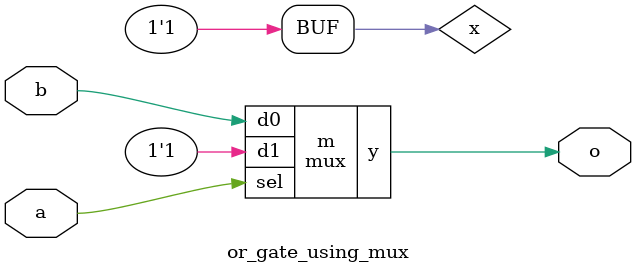
<source format=sv>

module mux
(
  input  d0, d1,
  input  sel,
  output y
);

  assign y = sel ? d1 : d0;

endmodule

//----------------------------------------------------------------------------
// Task
//----------------------------------------------------------------------------

module or_gate_using_mux
(
    input  a,
    input  b,
    output o
);

wire x = 1;
mux m (
  .d0 (b),
  .d1 (x), 
  .sel (a), 
  .y (o)
  );

endmodule

</source>
